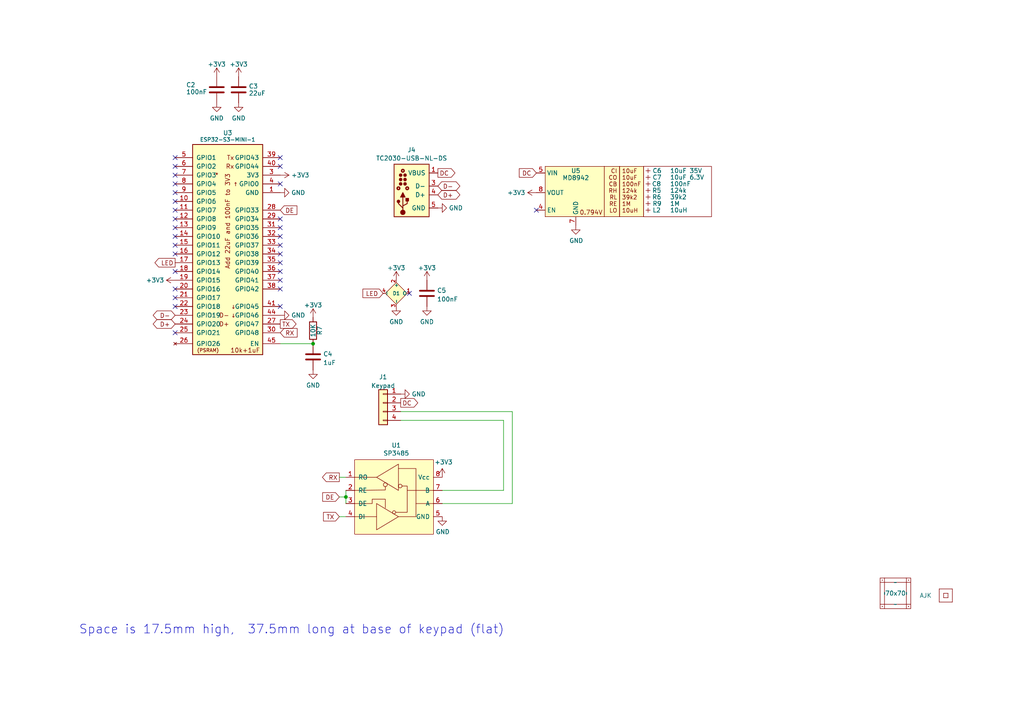
<source format=kicad_sch>
(kicad_sch (version 20241209) (generator "eeschema") (generator_version "9.0")
  (paper "A4")
  (title_block (title "Galaxy Keypad controller") (date "${CURRENT_DATE}") (rev "5") (company "Adrian Kennard Andrews & Arnold Ltd") (comment 1 "@TheRealRevK") (comment 2 "www.me.uk"))
  (lib_symbols
    (symbol "Connector_Generic:Conn_01x04" (pin_names (offset 1.016) (hide yes))
      (property "Reference" "J1" (at 0 7.5098 0))
      (property "Value" "Keypad" (at 0 4.9729 0))
      (symbol "Conn_01x04_1_1"
        (rectangle (start -1.27 3.81) (end 1.27 -6.35) (stroke (width 0.254)) (fill (type background)))
        (rectangle (start -1.27 2.667) (end 0 2.413) (stroke (width 0.1524)))
        (rectangle (start -1.27 0.127) (end 0 -0.127) (stroke (width 0.1524)))
        (rectangle (start -1.27 -2.413) (end 0 -2.667) (stroke (width 0.1524)))
        (rectangle (start -1.27 -4.953) (end 0 -5.207) (stroke (width 0.1524)))
        (pin power_out line (at -5.08 2.54 0) (length 3.81) (name "Pin_1") (number "1"))
        (pin power_out line (at -5.08 0 0) (length 3.81) (name "Pin_2") (number "2"))
        (pin passive line (at -5.08 -2.54 0) (length 3.81) (name "Pin_3") (number "3"))
        (pin passive line (at -5.08 -5.08 0) (length 3.81) (name "Pin_4") (number "4"))
      )
    )
    (symbol "Device:C" (pin_numbers (hide yes)) (pin_names (offset 0.254))
      (property "Reference" "C" (at 0.635 2.54 0))
      (property "Value" "C" (at 0.635 -2.54 0))
      (symbol "C_0_1"
        (polyline (pts (xy -2.032 0.762) (xy 2.032 0.762)) (stroke (width 0.508)))
        (polyline (pts (xy -2.032 -0.762) (xy 2.032 -0.762)) (stroke (width 0.508)))
      )
      (symbol "C_1_1"
        (pin passive line (at 0 3.81 270) (length 2.794) (name "~") (number "1"))
        (pin passive line (at 0 -3.81 90) (length 2.794) (name "~") (number "2"))
      )
    )
    (symbol "Device:R" (pin_numbers (hide yes)) (pin_names (offset 0))
      (property "Reference" "R" (at 2.032 0 90))
      (property "Value" "R" (at 0 0 90))
      (symbol "R_0_1"
        (rectangle (start -1.016 -2.54) (end 1.016 2.54) (stroke (width 0.254)))
      )
      (symbol "R_1_1"
        (pin passive line (at 0 3.81 270) (length 1.27) (name "~") (number "1"))
        (pin passive line (at 0 -3.81 90) (length 1.27) (name "~") (number "2"))
      )
    )
    (symbol "GND_1" (power) (pin_names (offset 0))
      (property "Value" "GND_1" (at 0 -3.81 0))
      (symbol "GND_1_0_1"
        (polyline (pts (xy 0 0) (xy 0 -1.27) (xy 1.27 -1.27) (xy 0 -2.54) (xy -1.27 -1.27) (xy 0 -1.27)))
      )
      (symbol "GND_1_1_1"
        (pin power_in line (at 0 0 270) (length 0) (hide yes) (name "GND") (number "1"))
      )
    )
    (symbol "RevK:AJK" (pin_names (offset 1.016)) (in_bom no)
      (property "Value" "AJK" (at 0 0 0))
    )
    (symbol "RevK:ESP32-S3-MINI-1-N4R2" (pin_names (offset 1.016))
      (property "Reference" "U" (at 0 27.94 0))
      (property "Value" "ESP32-S3-MINI-1-N4R2" (at 0 31.115 0))
      (symbol "ESP32-S3-MINI-1-N4R2_0_0"
        (rectangle (start -10.16 30.48) (end 10.16 -30.48) (stroke (width 0.254)) (fill (type background)))
      )
      (symbol "ESP32-S3-MINI-1-N4R2_1_1"
        (text "(PSRAM)" (at -5.715 -29.21 0) (effects (font (size 1 1))))
        (text "*" (at -3.175 21.59 0) (effects (font (size 1.27 1.27))))
        (text "D-" (at -2.54 -19.05 0) (effects (font (size 1.27 1.27)) (justify left)))
        (text "D+" (at -2.54 -21.59 0) (effects (font (size 1.27 1.27)) (justify left)))
        (text "Add 22uF and 100nF to 3V3" (at 0 8.255 900) (effects (font (size 1.27 1.27))))
        (text "Tx" (at 1.905 26.67 0) (effects (font (size 1.27 1.27)) (justify right)))
        (text "Rx" (at 1.905 24.13 0) (effects (font (size 1.27 1.27)) (justify right)))
        (text "↓" (at 2.54 -16.51 0) (effects (font (size 1.27 1.27)) (justify right)))
        (text "↓" (at 2.54 -19.05 0) (effects (font (size 1.27 1.27)) (justify right)))
        (text "↑" (at 3.175 19.05 0) (effects (font (size 1.27 1.27)) (justify right)))
        (text "10k+1uF" (at 5.08 -29.21 0) (effects (font (size 1.27 1.27))))
        (pin bidirectional line (at -15.24 26.67 0) (length 5.08) (name "GPIO1") (number "5"))
        (pin bidirectional line (at -15.24 24.13 0) (length 5.08) (name "GPIO2") (number "6"))
        (pin bidirectional line (at -15.24 21.59 0) (length 5.08) (name "GPIO3") (number "7"))
        (pin bidirectional line (at -15.24 19.05 0) (length 5.08) (name "GPIO4") (number "8"))
        (pin bidirectional line (at -15.24 16.51 0) (length 5.08) (name "GPIO5") (number "9"))
        (pin bidirectional line (at -15.24 13.97 0) (length 5.08) (name "GPIO6") (number "10"))
        (pin bidirectional line (at -15.24 11.43 0) (length 5.08) (name "GPIO7") (number "11"))
        (pin bidirectional line (at -15.24 8.89 0) (length 5.08) (name "GPIO8") (number "12"))
        (pin bidirectional line (at -15.24 6.35 0) (length 5.08) (name "GPIO9") (number "13"))
        (pin bidirectional line (at -15.24 3.81 0) (length 5.08) (name "GPIO10") (number "14"))
        (pin bidirectional line (at -15.24 1.27 0) (length 5.08) (name "GPIO11") (number "15"))
        (pin bidirectional line (at -15.24 -1.27 0) (length 5.08) (name "GPIO12") (number "16"))
        (pin bidirectional line (at -15.24 -3.81 0) (length 5.08) (name "GPIO13") (number "17"))
        (pin bidirectional line (at -15.24 -6.35 0) (length 5.08) (name "GPIO14") (number "18"))
        (pin bidirectional line (at -15.24 -8.89 0) (length 5.08) (name "GPIO15") (number "19"))
        (pin bidirectional line (at -15.24 -11.43 0) (length 5.08) (name "GPIO16") (number "20"))
        (pin bidirectional line (at -15.24 -13.97 0) (length 5.08) (name "GPIO17") (number "21"))
        (pin bidirectional line (at -15.24 -16.51 0) (length 5.08) (name "GPIO18") (number "22"))
        (pin bidirectional line (at -15.24 -19.05 0) (length 5.08) (name "GPIO19") (number "23"))
        (pin bidirectional line (at -15.24 -21.59 0) (length 5.08) (name "GPIO20") (number "24"))
        (pin bidirectional line (at -15.24 -24.13 0) (length 5.08) (name "GPIO21") (number "25"))
        (pin no_connect line (at -15.24 -27.305 0) (length 5.08) (name "GPIO26") (number "26"))
        (pin bidirectional line (at 15.24 26.67 180) (length 5.08) (name "GPIO43") (number "39"))
        (pin bidirectional line (at 15.24 24.13 180) (length 5.08) (name "GPIO44") (number "40"))
        (pin power_in line (at 15.24 21.59 180) (length 5.08) (name "3V3") (number "3"))
        (pin bidirectional line (at 15.24 19.05 180) (length 5.08) (name "GPIO0") (number "4"))
        (pin power_in line (at 15.24 16.51 180) (length 5.08) (name "GND") (number "1"))
        (pin power_in line (at 15.24 16.51 180) (length 5.08) (hide yes) (name "GND") (number "2"))
        (pin power_in line (at 15.24 16.51 180) (length 5.08) (hide yes) (name "GND") (number "42"))
        (pin power_in line (at 15.24 16.51 180) (length 5.08) (hide yes) (name "GND") (number "43"))
        (pin power_in line (at 15.24 16.51 180) (length 5.08) (hide yes) (name "GND") (number "46"))
        (pin power_in line (at 15.24 16.51 180) (length 5.08) (hide yes) (name "GND") (number "47"))
        (pin power_in line (at 15.24 16.51 180) (length 5.08) (hide yes) (name "GND") (number "48"))
        (pin power_in line (at 15.24 16.51 180) (length 5.08) (hide yes) (name "GND") (number "49"))
        (pin power_in line (at 15.24 16.51 180) (length 5.08) (hide yes) (name "GND") (number "50"))
        (pin power_in line (at 15.24 16.51 180) (length 5.08) (hide yes) (name "GND") (number "51"))
        (pin power_in line (at 15.24 16.51 180) (length 5.08) (hide yes) (name "GND") (number "52"))
        (pin power_in line (at 15.24 16.51 180) (length 5.08) (hide yes) (name "GND") (number "53"))
        (pin power_in line (at 15.24 16.51 180) (length 5.08) (hide yes) (name "GND") (number "54"))
        (pin power_in line (at 15.24 16.51 180) (length 5.08) (hide yes) (name "GND") (number "55"))
        (pin power_in line (at 15.24 16.51 180) (length 5.08) (hide yes) (name "GND") (number "56"))
        (pin power_in line (at 15.24 16.51 180) (length 5.08) (hide yes) (name "GND") (number "57"))
        (pin power_in line (at 15.24 16.51 180) (length 5.08) (hide yes) (name "GND") (number "58"))
        (pin power_in line (at 15.24 16.51 180) (length 5.08) (hide yes) (name "GND") (number "59"))
        (pin power_in line (at 15.24 16.51 180) (length 5.08) (hide yes) (name "GND") (number "60"))
        (pin power_in line (at 15.24 16.51 180) (length 5.08) (hide yes) (name "GND") (number "61"))
        (pin power_in line (at 15.24 16.51 180) (length 5.08) (hide yes) (name "GND") (number "62"))
        (pin power_in line (at 15.24 16.51 180) (length 5.08) (hide yes) (name "GND") (number "63"))
        (pin power_in line (at 15.24 16.51 180) (length 5.08) (hide yes) (name "GND") (number "64"))
        (pin power_in line (at 15.24 16.51 180) (length 5.08) (hide yes) (name "GND") (number "65"))
        (pin bidirectional line (at 15.24 11.43 180) (length 5.08) (name "GPIO33") (number "28"))
        (pin bidirectional line (at 15.24 8.89 180) (length 5.08) (name "GPIO34") (number "29"))
        (pin bidirectional line (at 15.24 6.35 180) (length 5.08) (name "GPIO35") (number "31"))
        (pin bidirectional line (at 15.24 3.81 180) (length 5.08) (name "GPIO36") (number "32"))
        (pin bidirectional line (at 15.24 1.27 180) (length 5.08) (name "GPIO37") (number "33"))
        (pin bidirectional line (at 15.24 -1.27 180) (length 5.08) (name "GPIO38") (number "34"))
        (pin bidirectional line (at 15.24 -3.81 180) (length 5.08) (name "GPIO39") (number "35"))
        (pin bidirectional line (at 15.24 -6.35 180) (length 5.08) (name "GPIO40") (number "36"))
        (pin bidirectional line (at 15.24 -8.89 180) (length 5.08) (name "GPIO41") (number "37"))
        (pin bidirectional line (at 15.24 -11.43 180) (length 5.08) (name "GPIO42") (number "38"))
        (pin bidirectional line (at 15.24 -16.51 180) (length 5.08) (name "GPIO45") (number "41"))
        (pin bidirectional line (at 15.24 -19.05 180) (length 5.08) (name "GPIO46") (number "44"))
        (pin bidirectional line (at 15.24 -21.59 180) (length 5.08) (name "GPIO47") (number "27"))
        (pin bidirectional line (at 15.24 -24.13 180) (length 5.08) (name "GPIO48") (number "30"))
        (pin bidirectional line (at 15.24 -27.305 180) (length 5.08) (name "EN") (number "45"))
      )
    )
    (symbol "RevK:Hidden" (pin_names (offset 1.016))
      (property "Reference" "Z" (at 0.635 0 0))
      (property "Value" "Hidden" (at 4.445 0 0))
      (symbol "Hidden_0_1"
        (polyline (pts (xy -0.635 0) (xy 0.635 0)) (stroke (width 0.1524)))
        (polyline (pts (xy 0 0.635) (xy 0 -0.635)) (stroke (width 0.1524)))
      )
      (symbol "Hidden_1_1"
        (pin no_connect non_logic (at 0 -2.54 90) (length 2.54) (hide yes) (name "~") (number "~"))
      )
    )
    (symbol "RevK:MD89420-RegBlock"
      (property "Reference" "U" (at -0.635 4.445 0))
      (property "Value" "MD8942" (at 0 6.35 0))
      (symbol "MD89420-RegBlock_1_1"
        (rectangle (start -8.89 7.62) (end 8.255 -6.985) (fill (type background)))
        (rectangle (start 8.255 7.62) (end 12.7 -6.985) (fill (type background)))
        (rectangle (start 12.7 7.62) (end 19.685 -6.985) (fill (type background)))
        (rectangle (start 19.685 7.62) (end 39.37 -6.985))
        (text "0.794V" (at 4.445 -5.715 0) (effects (font (size 1.27 1.27))))
        (text "CI\nCO\nCB\nRH\nRL\nRE\nLO" (at 12.065 6.985 0) (effects (font (size 1.185 1.185)) (justify right top)))
        (text "10uF\n10uF\n100nF\n124k\n39k2\n1M\n10uH" (at 13.335 6.985 0) (effects (font (size 1.185 1.185)) (justify left top)))
        (pin power_in line (at -11.43 5.715 0) (length 2.54) (name "VIN") (number "5"))
        (pin power_out line (at -11.43 0 0) (length 2.54) (name "VOUT") (number "8"))
        (pin input line (at -11.43 -5.08 0) (length 2.54) (name "EN") (number "4"))
        (pin power_in line (at 0 -9.525 90) (length 2.54) (hide yes) (name "GND") (number "2"))
        (pin power_in line (at 0 -9.525 90) (length 2.54) (name "GND") (number "7"))
        (pin no_connect line (at 5.715 1.905 0) (length 2.54) (hide yes) (name "") (number "3"))
        (pin no_connect line (at 5.715 0 0) (length 2.54) (hide yes) (name "") (number "1"))
        (pin no_connect line (at 5.715 -1.905 0) (length 2.54) (hide yes) (name "") (number "6"))
      )
    )
    (symbol "RevK:PCB" (in_bom no)
      (property "Value" "70x70" (at 0 0 0))
      (symbol "PCB_0_1"
        (rectangle (start -4.445 4.445) (end 4.445 -4.445))
        (circle (center -3.81 3.81) (radius 0.0001))
        (circle (center -3.81 -3.81) (radius 0.0001))
        (circle (center 3.81 3.81) (radius 0.0001))
        (circle (center 3.81 -3.81) (radius 0.0001))
      )
    )
    (symbol "RevK:QR" (pin_names (offset 1.016)) (in_bom no)
      (symbol "QR_0_1"
        (rectangle (start -1.905 1.905) (end 1.905 1.905))
        (rectangle (start -1.905 -1.905) (end -1.905 1.905))
        (rectangle (start -0.635 0.635) (end 0.635 0.635))
        (rectangle (start -0.635 -0.635) (end -0.635 0.635))
        (rectangle (start 0.635 0.635) (end 0.635 -0.635))
        (rectangle (start 0.635 -0.635) (end -0.635 -0.635))
        (rectangle (start 1.905 1.905) (end 1.905 -1.905))
        (rectangle (start 1.905 -1.905) (end -1.905 -1.905))
      )
    )
    (symbol "RevK:SP3458" (pin_names (offset 1.016))
      (property "Reference" "U" (at 0 -3.81 0))
      (property "Value" "SP3458" (at 7.62 -1.27 0))
      (symbol "SP3458_0_1"
        (rectangle (start -11.43 19.05) (end 11.43 -2.54) (fill (type background)))
        (polyline (pts (xy -11.43 13.97) (xy -5.08 13.97)))
        (polyline (pts (xy -11.43 10.16) (xy -2.54 10.287) (xy -2.54 11.303)))
        (polyline (pts (xy -11.43 6.35) (xy -6.35 6.35) (xy -6.35 7.62) (xy -2.54 7.62) (xy -2.54 5.08)))
        (polyline (pts (xy -11.43 2.54) (xy -5.08 2.54)))
        (polyline (pts (xy -5.08 13.97) (xy 1.27 17.78) (xy 1.27 10.16) (xy -5.08 13.97)))
        (polyline (pts (xy -5.08 6.35) (xy 1.27 2.54) (xy -5.08 -1.27) (xy -5.08 6.35)))
        (circle (center -2.54 11.811) (radius 0.5588))
        (circle (center 0 3.81) (radius 0.4572))
        (polyline (pts (xy 0.508 3.81) (xy 3.81 3.81) (xy 3.81 11.43) (xy 2.286 11.43)))
        (polyline (pts (xy 1.27 16.51) (xy 6.35 16.51) (xy 6.35 2.54) (xy 1.27 2.54)))
        (circle (center 1.778 11.43) (radius 0.5334))
        (polyline (pts (xy 3.81 10.16) (xy 11.43 10.16)))
        (polyline (pts (xy 6.35 6.35) (xy 11.43 6.35)))
      )
      (symbol "SP3458_1_1"
        (pin output line (at -13.97 13.97 0) (length 2.54) (name "RO") (number "1"))
        (pin input line (at -13.97 10.16 0) (length 2.54) (name "RE") (number "2"))
        (pin input line (at -13.97 6.35 0) (length 2.54) (name "DE") (number "3"))
        (pin input line (at -13.97 2.54 0) (length 2.54) (name "DI") (number "4"))
        (pin power_in line (at 13.97 13.97 180) (length 2.54) (name "Vcc") (number "8"))
        (pin bidirectional line (at 13.97 10.16 180) (length 2.54) (name "B") (number "7"))
        (pin bidirectional line (at 13.97 6.35 180) (length 2.54) (name "A") (number "6"))
        (pin power_in line (at 13.97 2.54 180) (length 2.54) (name "GND") (number "5"))
      )
    )
    (symbol "RevK:TC2030-USB-NL" (pin_names (offset 1.016)) (in_bom no)
      (property "Reference" "J" (at 0 10.922 0))
      (property "Value" "TC2030-USB-NL" (at 0 8.89 0))
      (symbol "TC2030-USB-NL_0_1"
        (rectangle (start -5.08 7.62) (end 5.08 -7.62) (stroke (width 0.254)) (fill (type background)))
        (circle (center -3.81 -3.175) (radius 0.381) (stroke (width 0.254)) (fill (type outline)))
        (circle (center -3.175 4.445) (radius 0.381) (stroke (width 0.254)) (fill (type outline)))
        (circle (center -3.175 3.175) (radius 0.381) (stroke (width 0.254)) (fill (type outline)))
        (circle (center -3.175 1.905) (radius 0.381) (stroke (width 0.254)) (fill (type outline)))
        (polyline (pts (xy -3.175 -1.905) (xy -1.905 -1.905) (xy -2.54 -0.635) (xy -3.175 -1.905)) (stroke (width 0.254)) (fill (type outline)))
        (polyline (pts (xy -2.54 -5.08) (xy -2.54 -4.445) (xy -1.27 -3.81) (xy -1.27 -2.54)) (stroke (width 0.254)))
        (polyline (pts (xy -2.54 -5.715) (xy -2.54 -5.08) (xy -3.81 -3.81) (xy -3.81 -3.175)) (stroke (width 0.254)))
        (circle (center -2.54 -6.35) (radius 0.635) (stroke (width 0.254)) (fill (type outline)))
        (circle (center -1.905 4.445) (radius 0.381) (stroke (width 0.254)) (fill (type outline)))
        (circle (center -1.905 3.175) (radius 0.381) (stroke (width 0.254)) (fill (type outline)))
        (circle (center -1.905 1.905) (radius 0.381) (stroke (width 0.254)) (fill (type outline)))
        (rectangle (start -1.651 -2.286) (end -0.889 -3.048) (stroke (width 0.254)) (fill (type outline)))
      )
      (symbol "TC2030-USB-NL_1_1"
        (circle (center -3.81 0.635) (radius 0.381) (stroke (width 0.4)))
        (circle (center -2.54 5.715) (radius 0.381) (stroke (width 0.4)))
        (polyline (pts (xy -2.54 -4.445) (xy -2.54 -1.905)) (stroke (width 0.254)))
        (circle (center -1.27 0.635) (radius 0.381) (stroke (width 0.4)))
        (pin passive line (at 7.62 5.08 180) (length 2.54) (name "VBUS") (number "1"))
        (pin passive line (at 7.62 5.08 180) (length 2.54) (hide yes) (name "VBUS") (number "2"))
        (pin bidirectional line (at 7.62 1.27 180) (length 2.54) (name "D-") (number "3"))
        (pin bidirectional line (at 7.62 -1.27 180) (length 2.54) (name "D+") (number "4"))
        (pin passive line (at 7.62 -5.08 180) (length 2.54) (name "GND") (number "5"))
        (pin passive line (at 7.62 -5.08 180) (length 2.54) (hide yes) (name "GND") (number "6"))
      )
    )
    (symbol "RevK:VCUT"
      (symbol "VCUT_0_1"
        (polyline (pts (xy -4.445 0) (xy 4.445 0)))
      )
    )
    (symbol "RevK:WS2812B-1mm" (pin_names (offset 0.254))
      (property "Reference" "D" (at 0 0 0))
      (symbol "WS2812B-1mm_1_1"
        (polyline (pts (xy 0 3.175) (xy 3.175 0) (xy 0 -3.175) (xy -3.175 0) (xy 0 3.175)) (fill (type background)))
        (pin input line (at -3.81 0 0) (length 0.5) (name "I") (number "4"))
        (pin power_in line (at 0 3.81 270) (length 0.5) (name "-") (number "3"))
        (pin power_in line (at 0 -3.81 90) (length 0.5) (name "+") (number "2"))
        (pin output line (at 3.81 0 180) (length 0.5) (name "O") (number "1"))
      )
    )
    (symbol "power:+3.3V" (power) (pin_names (offset 0))
      (property "Value" "+3.3V" (at 0 3.556 0))
      (symbol "+3.3V_0_1"
        (polyline (pts (xy -0.762 1.27) (xy 0 2.54)))
        (polyline (pts (xy 0 2.54) (xy 0.762 1.27)))
        (polyline (pts (xy 0 0) (xy 0 2.54)))
      )
      (symbol "+3.3V_1_1"
        (pin power_in line (at 0 0 90) (length 0) (hide yes) (name "+3V3") (number "1"))
      )
    )
    (symbol "power:GND" (power) (pin_names (offset 0))
      (property "Value" "GND" (at 0 -3.81 0))
      (symbol "GND_0_1"
        (polyline (pts (xy 0 0) (xy 0 -1.27) (xy 1.27 -1.27) (xy 0 -2.54) (xy -1.27 -1.27) (xy 0 -1.27)))
      )
      (symbol "GND_1_1"
        (pin power_in line (at 0 0 270) (length 0) (hide yes) (name "GND") (number "1"))
      )
    )
  )
  (text "Space is 17.5mm high,  37.5mm long at base of keypad (flat)" (at 22.86 184.15 0) (effects (font (size 2.54 2.54)) (justify left bottom)))
  (junction (at 100.33 144.145))
  (junction (at 90.805 99.695))
  (no_connect (at 81.28 81.28))
  (no_connect (at 81.28 88.9))
  (no_connect (at 50.8 78.74))
  (no_connect (at 81.28 53.34))
  (no_connect (at 50.8 96.52))
  (no_connect (at 50.8 55.88))
  (no_connect (at 50.8 48.26))
  (no_connect (at 50.8 50.8))
  (no_connect (at 81.28 66.04))
  (no_connect (at 81.28 48.26))
  (no_connect (at 50.8 73.66))
  (no_connect (at 50.8 88.9))
  (no_connect (at 50.8 45.72))
  (no_connect (at 50.8 63.5))
  (no_connect (at 50.8 83.82))
  (no_connect (at 50.8 53.34))
  (no_connect (at 81.28 76.2))
  (no_connect (at 81.28 63.5))
  (no_connect (at 50.8 66.04))
  (no_connect (at 81.28 45.72))
  (no_connect (at 81.28 78.74))
  (no_connect (at 50.8 86.36))
  (no_connect (at 81.28 71.12))
  (no_connect (at 118.745 85.09))
  (no_connect (at 81.28 68.58))
  (no_connect (at 50.8 68.58))
  (no_connect (at 50.8 71.12))
  (no_connect (at 81.28 73.66))
  (no_connect (at 50.8 60.96))
  (no_connect (at 155.575 60.96))
  (no_connect (at 81.28 83.82))
  (no_connect (at 50.8 58.42))
  (wire (pts (xy 146.05 121.92) (xy 146.05 142.24)))
  (wire (pts (xy 81.28 99.695) (xy 90.805 99.695)))
  (wire (pts (xy 100.33 149.86) (xy 98.425 149.86)))
  (wire (pts (xy 148.59 119.38) (xy 148.59 146.05)))
  (wire (pts (xy 116.205 119.38) (xy 148.59 119.38)))
  (wire (pts (xy 98.425 144.145) (xy 100.33 144.145)))
  (wire (pts (xy 100.33 144.145) (xy 100.33 146.05)))
  (wire (pts (xy 100.33 138.43) (xy 98.425 138.43)))
  (wire (pts (xy 116.205 121.92) (xy 146.05 121.92)))
  (wire (pts (xy 128.27 142.24) (xy 146.05 142.24)))
  (wire (pts (xy 128.27 146.05) (xy 148.59 146.05)))
  (wire (pts (xy 100.33 142.24) (xy 100.33 144.145)))
  (global_label "DC" (shape output) (at 116.205 116.84 0) (property "Intersheetrefs" "${INTERSHEET_REFS}" (effects (hide yes))))
  (global_label "RX" (shape output) (at 98.425 138.43 180) (property "Intersheetrefs" "${INTERSHEET_REFS}" (effects (hide yes))))
  (global_label "D-" (shape bidirectional) (at 50.8 91.44 180) (property "Intersheetrefs" "${INTERSHEET_REFS}" (effects (hide yes))))
  (global_label "D-" (shape bidirectional) (at 127 53.975 0) (property "Intersheetrefs" "${INTERSHEET_REFS}" (effects (hide yes))))
  (global_label "DE" (shape input) (at 98.425 144.145 180) (property "Intersheetrefs" "${INTERSHEET_REFS}" (effects (hide yes))))
  (global_label "LED" (shape output) (at 50.8 76.2 180) (property "Intersheetrefs" "${INTERSHEET_REFS}" (effects (hide yes))))
  (global_label "LED" (shape input) (at 111.125 85.09 180) (property "Intersheetrefs" "${INTERSHEET_REFS}" (effects (hide yes))))
  (global_label "DE" (shape input) (at 81.28 60.96 0) (property "Intersheetrefs" "${INTERSHEET_REFS}" (effects (hide yes))))
  (global_label "TX" (shape output) (at 81.28 93.98 0) (property "Intersheetrefs" "${INTERSHEET_REFS}" (effects (hide yes))))
  (global_label "DC" (shape input) (at 155.575 50.165 180) (property "Intersheetrefs" "${INTERSHEET_REFS}" (effects (hide yes))))
  (global_label "RX" (shape input) (at 81.28 96.52 0) (property "Intersheetrefs" "${INTERSHEET_REFS}" (effects (hide yes))))
  (global_label "D+" (shape bidirectional) (at 127 56.515 0) (property "Intersheetrefs" "${INTERSHEET_REFS}" (effects (hide yes))))
  (global_label "DC" (shape output) (at 127 50.165 0) (property "Intersheetrefs" "${INTERSHEET_REFS}" (effects (hide yes))))
  (global_label "D+" (shape bidirectional) (at 50.8 93.98 180) (property "Intersheetrefs" "${INTERSHEET_REFS}" (effects (hide yes))))
  (global_label "TX" (shape input) (at 98.425 149.86 180) (property "Intersheetrefs" "${INTERSHEET_REFS}" (effects (hide yes))))
  (symbol (lib_id "RevK:SP3458") (at 114.3 152.4 0) (unit 1)
    (property "Reference" "U1" (at 114.935 129.159 0))
    (property "Value" "SP3485" (at 114.935 131.4704 0))
    (property "Footprint" "RevK:SO-8_3.9x4.9mm_P1.27mm" (effects (hide yes)))
  )
  (symbol (lib_id "power:+3.3V") (at 128.27 138.43 0) (unit 1)
    (property "Reference" "#PWR01" (effects (hide yes)))
    (property "Value" "+3V3" (at 128.651 134.0358 0))
  )
  (symbol (lib_id "power:GND") (at 128.27 149.86 0) (unit 1)
    (property "Reference" "#PWR02" (effects (hide yes)))
    (property "Value" "GND" (at 128.397 154.2542 0))
  )
  (symbol (lib_id "RevK:VCUT") (at 262.89 172.085 90) (unit 1) (exclude_from_sim yes) (in_bom no)
    (property "Reference" "V4" (effects (hide yes)))
    (property "Value" "~" (at 262.89 172.085 0))
    (property "Footprint" "RevK:VCUT70N" (effects (hide yes)))
  )
  (symbol (lib_id "power:GND") (at 90.805 107.315 0) (unit 1)
    (property "Reference" "#PWR029" (effects (hide yes)))
    (property "Value" "GND" (at 90.805 111.7584 0))
  )
  (symbol (lib_id "Device:C") (at 123.825 85.09 0) (unit 1)
    (property "Reference" "C5" (at 126.746 84.2553 0) (effects (justify left)))
    (property "Value" "100nF" (at 126.746 86.7922 0) (effects (justify left)))
    (property "Footprint" "RevK:C_0402" (effects (hide yes)))
  )
  (symbol (lib_id "RevK:PCB") (at 259.715 172.085 0) (unit 1) (in_bom no)
    (property "Reference" "PCB1" (effects (hide yes)))
    (property "Value" "70x70" (at 259.715 172.085 0))
    (property "Footprint" "RevK:PCB7070" (effects (hide yes)))
  )
  (symbol (lib_id "power:GND") (at 123.825 88.9 0) (unit 1)
    (property "Reference" "#PWR017" (effects (hide yes)))
    (property "Value" "GND" (at 123.825 93.3434 0))
  )
  (symbol (lib_id "Device:C") (at 69.215 26.035 0) (unit 1)
    (property "Reference" "C3" (at 72.136 25.011 0) (effects (justify left)))
    (property "Value" "22uF" (at 72.136 27.059 0) (effects (justify left)))
    (property "Footprint" "RevK:C_0603" (effects (hide yes)))
  )
  (symbol (lib_id "RevK:Hidden") (at 187.96 51.435 0) (unit 1)
    (property "Reference" "C7" (at 189.23 51.435 0) (effects (justify left)))
    (property "Value" "10uF 6.3V" (at 194.31 51.435 0) (effects (justify left)))
    (property "Footprint" "RevK:C_0603_" (effects (hide yes)))
    (property "MPN" "C1691" (effects (hide yes)))
  )
  (symbol (lib_id "RevK:QR") (at 274.32 172.72 0) (unit 1) (in_bom no)
    (property "Reference" "U4" (effects (hide yes)))
    (property "Value" "QR" (effects (hide yes)))
    (property "Footprint" "RevK:QR-SS" (effects (hide yes)))
    (property "Note" "Non part, PCB printed" (effects (hide yes)))
  )
  (symbol (lib_id "RevK:VCUT") (at 256.54 172.085 90) (unit 1) (exclude_from_sim yes) (in_bom no)
    (property "Reference" "V3" (effects (hide yes)))
    (property "Value" "~" (at 256.54 172.085 0))
    (property "Footprint" "RevK:VCUT70N" (effects (hide yes)))
  )
  (symbol (lib_id "RevK:VCUT") (at 259.715 175.26 0) (unit 1) (exclude_from_sim yes) (in_bom no)
    (property "Reference" "V6" (effects (hide yes)))
    (property "Value" "~" (at 259.715 175.26 0))
    (property "Footprint" "RevK:VCUT70N" (effects (hide yes)))
  )
  (symbol (lib_id "power:GND") (at 62.865 29.845 0) (unit 1)
    (property "Reference" "#PWR015" (effects (hide yes)))
    (property "Value" "GND" (at 62.865 34.2884 0))
  )
  (symbol (lib_id "RevK:Hidden") (at 187.96 53.34 90) (unit 1)
    (property "Reference" "C8" (at 191.77 53.34 90) (effects (justify left)))
    (property "Value" "100nF" (at 194.31 53.34 90) (effects (justify right)))
    (property "Footprint" "RevK:C_0603_" (effects (hide yes)))
  )
  (symbol (lib_id "RevK:Hidden") (at 187.96 60.96 90) (unit 1)
    (property "Reference" "L2" (at 189.23 60.96 90) (effects (justify right)))
    (property "Value" "10uH" (at 194.31 60.96 90) (effects (justify right)))
    (property "Footprint" "RevK:L_4x4_" (effects (hide yes)))
  )
  (symbol (lib_name "GND_1") (lib_id "power:GND") (at 81.28 91.44 90) (unit 1)
    (property "Reference" "#PWR07" (effects (hide yes)))
    (property "Value" "GND" (at 84.455 91.44 90) (effects (justify right)))
  )
  (symbol (lib_id "RevK:Hidden") (at 187.96 59.055 0) (unit 1)
    (property "Reference" "R9" (at 189.23 59.055 0) (effects (justify left)))
    (property "Value" "1M" (at 194.31 59.055 0) (effects (justify left)))
    (property "Footprint" "RevK:R_0402_" (effects (hide yes)))
  )
  (symbol (lib_id "power:+3.3V") (at 90.805 92.075 0) (unit 1)
    (property "Reference" "#PWR028" (effects (hide yes)))
    (property "Value" "+3V3" (at 90.805 88.4992 0))
  )
  (symbol (lib_id "power:+3.3V") (at 155.575 55.88 90) (unit 1)
    (property "Reference" "#PWR011" (effects (hide yes)))
    (property "Value" "+3V3" (at 152.4 55.88 90) (effects (justify left)))
  )
  (symbol (lib_id "power:GND") (at 167.005 65.405 0) (unit 1)
    (property "Reference" "#PWR012" (effects (hide yes)))
    (property "Value" "GND" (at 167.132 69.7992 0))
  )
  (symbol (lib_id "RevK:VCUT") (at 259.715 168.91 0) (unit 1) (exclude_from_sim yes) (in_bom no)
    (property "Reference" "V1" (effects (hide yes)))
    (property "Value" "~" (at 259.715 168.91 0))
    (property "Footprint" "RevK:VCUT70N" (effects (hide yes)))
  )
  (symbol (lib_id "power:+3.3V") (at 81.28 50.8 270) (unit 1)
    (property "Reference" "#PWR019" (effects (hide yes)))
    (property "Value" "+3V3" (at 84.455 50.8 90) (effects (justify left)))
  )
  (symbol (lib_id "power:+3.3V") (at 69.215 22.225 0) (unit 1)
    (property "Reference" "#PWR014" (effects (hide yes)))
    (property "Value" "+3V3" (at 69.215 18.6492 0))
  )
  (symbol (lib_id "power:+3.3V") (at 123.825 81.28 0) (unit 1)
    (property "Reference" "#PWR016" (effects (hide yes)))
    (property "Value" "+3V3" (at 123.825 77.7042 0))
  )
  (symbol (lib_id "power:+3.3V") (at 50.8 81.28 90) (unit 1)
    (property "Reference" "#PWR05" (effects (hide yes)))
    (property "Value" "+3V3" (at 47.625 81.28 90) (effects (justify left)))
  )
  (symbol (lib_id "power:+3.3V") (at 62.865 22.225 0) (unit 1)
    (property "Reference" "#PWR013" (effects (hide yes)))
    (property "Value" "+3V3" (at 62.865 18.6492 0))
  )
  (symbol (lib_id "Device:R") (at 90.805 95.885 0) (unit 1)
    (property "Reference" "R7" (at 92.71 95.885 90))
    (property "Value" "10K" (at 90.805 95.885 90))
    (property "Footprint" "RevK:R_0402" (effects (hide yes)))
  )
  (symbol (lib_id "power:GND") (at 116.205 114.3 90) (unit 1)
    (property "Reference" "#PWR03" (effects (hide yes)))
    (property "Value" "GND" (at 119.38 114.3 90) (effects (justify right)))
  )
  (symbol (lib_id "RevK:Hidden") (at 187.96 55.245 0) (unit 1)
    (property "Reference" "R5" (at 190.5 55.245 0))
    (property "Value" "124k" (at 194.31 55.245 0) (effects (justify left)))
    (property "Footprint" "RevK:R_0402_" (effects (hide yes)))
  )
  (symbol (lib_id "RevK:ESP32-S3-MINI-1-N4R2") (at 66.04 72.39 0) (unit 1)
    (property "Reference" "U3" (at 66.04 38.5532 0))
    (property "Value" "ESP32-S3-MINI-1" (at 66.04 40.4896 0) (effects (font (size 1.1 1.1))))
    (property "Footprint" "RevK:ESP32-S3-MINI-1" (effects (hide yes)))
    (property "Datasheet" "https://www.espressif.com/sites/default/files/documentation/esp32-s3-mini-1_mini-1u_datasheet_en.pdf" (effects (hide yes)))
    (property "MPN" "C3013941" (effects (hide yes)))
  )
  (symbol (lib_id "RevK:Hidden") (at 187.96 57.15 270) (unit 1)
    (property "Reference" "R6" (at 190.5 57.15 90))
    (property "Value" "39k2" (at 194.31 57.15 90) (effects (justify left)))
    (property "Footprint" "RevK:R_0402_" (effects (hide yes)))
  )
  (symbol (lib_id "power:GND") (at 127 60.325 90) (unit 1)
    (property "Reference" "#PWR08" (effects (hide yes)))
    (property "Value" "GND" (at 130.175 60.325 90) (effects (justify right)))
    (property "Description" "Power symbol creates a global label with name \"GND\" , ground" (effects (hide yes)))
  )
  (symbol (lib_id "RevK:TC2030-USB-NL") (at 119.38 55.245 0) (unit 1) (in_bom no)
    (property "Reference" "J4" (at 119.38 43.4805 0))
    (property "Value" "TC2030-USB-NL-DS" (at 119.38 45.9048 0))
    (property "Footprint" "RevK:Tag-Connect_TC2030-IDC-NL_2x03_P1.27mm_Vertical" (effects (hide yes)))
    (property "Datasheet" " ~" (effects (hide yes)))
    (property "Description" "TC2030-USB-NL" (effects (hide yes)))
  )
  (symbol (lib_id "power:GND") (at 69.215 29.845 0) (unit 1)
    (property "Reference" "#PWR018" (effects (hide yes)))
    (property "Value" "GND" (at 69.215 34.2884 0))
  )
  (symbol (lib_id "Device:C") (at 90.805 103.505 0) (unit 1)
    (property "Reference" "C4" (at 93.726 102.6703 0) (effects (justify left)))
    (property "Value" "1uF" (at 93.726 105.2072 0) (effects (justify left)))
    (property "Footprint" "RevK:C_0402" (effects (hide yes)))
  )
  (symbol (lib_id "RevK:MD89420-RegBlock") (at 167.005 55.88 0) (unit 1)
    (property "Reference" "U5" (at 167.005 49.53 0))
    (property "Value" "MD8942" (at 167.005 51.578 0))
    (property "Footprint" "RevK:SOT-23-6-MD8942" (effects (hide yes)))
    (property "Datasheet" "https://datasheet.lcsc.com/lcsc/2101111937_Shanghai-Mingda-Microelectronics-MD8942_C2684786.pdf" (effects (hide yes)))
    (property "MPN" "C2684786" (effects (hide yes)))
  )
  (symbol (lib_id "RevK:AJK") (at 269.24 172.72 0) (unit 1) (in_bom no)
    (property "Reference" "Logo1" (effects (hide yes)))
    (property "Value" "AJK" (at 266.7 172.72 0) (effects (justify left)))
    (property "Footprint" "RevK:AJK" (effects (hide yes)))
    (property "Note" "Non part, PCB printed" (effects (hide yes)))
  )
  (symbol (lib_id "power:GND") (at 114.935 88.9 0) (unit 1)
    (property "Reference" "#PWR04" (effects (hide yes)))
    (property "Value" "GND" (at 114.935 93.3434 0))
  )
  (symbol (lib_id "power:+3.3V") (at 114.935 81.28 0) (unit 1)
    (property "Reference" "#PWR06" (effects (hide yes)))
    (property "Value" "+3V3" (at 114.935 77.7042 0))
  )
  (symbol (lib_id "Connector_Generic:Conn_01x04") (at 111.125 116.84 0) (mirror y) (unit 1)
    (property "Reference" "J1" (at 111.125 109.3302 0))
    (property "Value" "Keypad" (at 111.125 111.8671 0))
    (property "Footprint" "RevK:Molex_MiniSPOX_H4V" (effects (hide yes)))
  )
  (symbol (lib_name "GND_1") (lib_id "power:GND") (at 81.28 55.88 90) (unit 1)
    (property "Reference" "#PWR020" (effects (hide yes)))
    (property "Value" "GND" (at 84.455 55.88 90) (effects (justify right)))
  )
  (symbol (lib_id "Device:C") (at 62.865 26.035 0) (unit 1)
    (property "Reference" "C2" (at 53.975 24.622 0) (effects (justify left)))
    (property "Value" "100nF" (at 53.975 26.67 0) (effects (justify left)))
    (property "Footprint" "RevK:C_0402" (effects (hide yes)))
  )
  (symbol (lib_id "RevK:WS2812B-1mm") (at 114.935 85.09 0) (mirror x) (unit 1)
    (property "Reference" "D1" (at 114.935 85.09 0) (effects (font (size 1 1))))
    (property "Value" "XL-1010RGBC-WS2812B" (effects (hide yes)))
    (property "Footprint" "RevK:SMD1010" (effects (hide yes)))
    (property "Datasheet" "https://datasheet.lcsc.com/lcsc/2301111010_XINGLIGHT-XL-1010RGBC-WS2812B_C5349953.pdf" (effects (hide yes)))
    (property "MPN" "C5349953" (effects (hide yes)))
  )
  (symbol (lib_id "RevK:Hidden") (at 187.96 49.53 0) (unit 1)
    (property "Reference" "C6" (at 189.23 49.53 0) (effects (justify left)))
    (property "Value" "10uF 35V" (at 194.31 49.53 0) (effects (justify left)))
    (property "Footprint" "RevK:C_0603_" (effects (hide yes)))
    (property "MPN" "C194427" (effects (hide yes)))
  )
)
</source>
